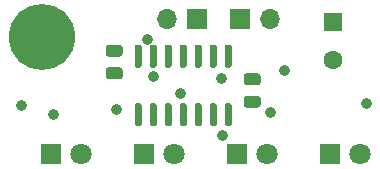
<source format=gbr>
%TF.GenerationSoftware,KiCad,Pcbnew,5.1.10-1.fc32*%
%TF.CreationDate,2021-08-01T16:38:55+02:00*%
%TF.ProjectId,lm324_therm_bar,6c6d3332-345f-4746-9865-726d5f626172,rev?*%
%TF.SameCoordinates,Original*%
%TF.FileFunction,Soldermask,Bot*%
%TF.FilePolarity,Negative*%
%FSLAX46Y46*%
G04 Gerber Fmt 4.6, Leading zero omitted, Abs format (unit mm)*
G04 Created by KiCad (PCBNEW 5.1.10-1.fc32) date 2021-08-01 16:38:55*
%MOMM*%
%LPD*%
G01*
G04 APERTURE LIST*
%ADD10C,0.900000*%
%ADD11C,5.600000*%
%ADD12C,1.800000*%
%ADD13R,1.800000X1.800000*%
%ADD14R,1.700000X1.700000*%
%ADD15O,1.700000X1.700000*%
%ADD16R,1.600000X1.600000*%
%ADD17C,1.600000*%
G04 APERTURE END LIST*
D10*
X86360000Y-49784000D02*
G75*
G03*
X86360000Y-49784000I0J0D01*
G01*
X79375000Y-46990000D02*
G75*
G03*
X79375000Y-46990000I0J0D01*
G01*
X78232000Y-50546000D02*
G75*
G03*
X78232000Y-50546000I0J0D01*
G01*
X74168000Y-52451000D02*
G75*
G03*
X74168000Y-52451000I0J0D01*
G01*
X74041000Y-47625000D02*
G75*
G03*
X74041000Y-47625000I0J0D01*
G01*
X59817000Y-50673000D02*
G75*
G03*
X59817000Y-50673000I0J0D01*
G01*
X57150000Y-49911000D02*
G75*
G03*
X57150000Y-49911000I0J0D01*
G01*
X67818000Y-44323000D02*
G75*
G03*
X67818000Y-44323000I0J0D01*
G01*
X70612000Y-48895000D02*
G75*
G03*
X70612000Y-48895000I0J0D01*
G01*
X68326000Y-47498000D02*
G75*
G03*
X68326000Y-47498000I0J0D01*
G01*
X65151000Y-50292000D02*
G75*
G03*
X65151000Y-50292000I0J0D01*
G01*
D11*
X58928000Y-44196000D03*
G36*
G01*
X77183000Y-48252000D02*
X76233000Y-48252000D01*
G75*
G02*
X75983000Y-48002000I0J250000D01*
G01*
X75983000Y-47502000D01*
G75*
G02*
X76233000Y-47252000I250000J0D01*
G01*
X77183000Y-47252000D01*
G75*
G02*
X77433000Y-47502000I0J-250000D01*
G01*
X77433000Y-48002000D01*
G75*
G02*
X77183000Y-48252000I-250000J0D01*
G01*
G37*
G36*
G01*
X77183000Y-50152000D02*
X76233000Y-50152000D01*
G75*
G02*
X75983000Y-49902000I0J250000D01*
G01*
X75983000Y-49402000D01*
G75*
G02*
X76233000Y-49152000I250000J0D01*
G01*
X77183000Y-49152000D01*
G75*
G02*
X77433000Y-49402000I0J-250000D01*
G01*
X77433000Y-49902000D01*
G75*
G02*
X77183000Y-50152000I-250000J0D01*
G01*
G37*
G36*
G01*
X64549000Y-44844000D02*
X65499000Y-44844000D01*
G75*
G02*
X65749000Y-45094000I0J-250000D01*
G01*
X65749000Y-45594000D01*
G75*
G02*
X65499000Y-45844000I-250000J0D01*
G01*
X64549000Y-45844000D01*
G75*
G02*
X64299000Y-45594000I0J250000D01*
G01*
X64299000Y-45094000D01*
G75*
G02*
X64549000Y-44844000I250000J0D01*
G01*
G37*
G36*
G01*
X64549000Y-46744000D02*
X65499000Y-46744000D01*
G75*
G02*
X65749000Y-46994000I0J-250000D01*
G01*
X65749000Y-47494000D01*
G75*
G02*
X65499000Y-47744000I-250000J0D01*
G01*
X64549000Y-47744000D01*
G75*
G02*
X64299000Y-47494000I0J250000D01*
G01*
X64299000Y-46994000D01*
G75*
G02*
X64549000Y-46744000I250000J0D01*
G01*
G37*
D12*
X62230000Y-54102000D03*
D13*
X59690000Y-54102000D03*
X67564000Y-54102000D03*
D12*
X70104000Y-54102000D03*
D13*
X75438000Y-54102000D03*
D12*
X77978000Y-54102000D03*
X85852000Y-54102000D03*
D13*
X83312000Y-54102000D03*
D14*
X72009000Y-42672000D03*
D15*
X69469000Y-42672000D03*
G36*
G01*
X74826000Y-51710000D02*
X74526000Y-51710000D01*
G75*
G02*
X74376000Y-51560000I0J150000D01*
G01*
X74376000Y-49910000D01*
G75*
G02*
X74526000Y-49760000I150000J0D01*
G01*
X74826000Y-49760000D01*
G75*
G02*
X74976000Y-49910000I0J-150000D01*
G01*
X74976000Y-51560000D01*
G75*
G02*
X74826000Y-51710000I-150000J0D01*
G01*
G37*
G36*
G01*
X73556000Y-51710000D02*
X73256000Y-51710000D01*
G75*
G02*
X73106000Y-51560000I0J150000D01*
G01*
X73106000Y-49910000D01*
G75*
G02*
X73256000Y-49760000I150000J0D01*
G01*
X73556000Y-49760000D01*
G75*
G02*
X73706000Y-49910000I0J-150000D01*
G01*
X73706000Y-51560000D01*
G75*
G02*
X73556000Y-51710000I-150000J0D01*
G01*
G37*
G36*
G01*
X72286000Y-51710000D02*
X71986000Y-51710000D01*
G75*
G02*
X71836000Y-51560000I0J150000D01*
G01*
X71836000Y-49910000D01*
G75*
G02*
X71986000Y-49760000I150000J0D01*
G01*
X72286000Y-49760000D01*
G75*
G02*
X72436000Y-49910000I0J-150000D01*
G01*
X72436000Y-51560000D01*
G75*
G02*
X72286000Y-51710000I-150000J0D01*
G01*
G37*
G36*
G01*
X71016000Y-51710000D02*
X70716000Y-51710000D01*
G75*
G02*
X70566000Y-51560000I0J150000D01*
G01*
X70566000Y-49910000D01*
G75*
G02*
X70716000Y-49760000I150000J0D01*
G01*
X71016000Y-49760000D01*
G75*
G02*
X71166000Y-49910000I0J-150000D01*
G01*
X71166000Y-51560000D01*
G75*
G02*
X71016000Y-51710000I-150000J0D01*
G01*
G37*
G36*
G01*
X69746000Y-51710000D02*
X69446000Y-51710000D01*
G75*
G02*
X69296000Y-51560000I0J150000D01*
G01*
X69296000Y-49910000D01*
G75*
G02*
X69446000Y-49760000I150000J0D01*
G01*
X69746000Y-49760000D01*
G75*
G02*
X69896000Y-49910000I0J-150000D01*
G01*
X69896000Y-51560000D01*
G75*
G02*
X69746000Y-51710000I-150000J0D01*
G01*
G37*
G36*
G01*
X68476000Y-51710000D02*
X68176000Y-51710000D01*
G75*
G02*
X68026000Y-51560000I0J150000D01*
G01*
X68026000Y-49910000D01*
G75*
G02*
X68176000Y-49760000I150000J0D01*
G01*
X68476000Y-49760000D01*
G75*
G02*
X68626000Y-49910000I0J-150000D01*
G01*
X68626000Y-51560000D01*
G75*
G02*
X68476000Y-51710000I-150000J0D01*
G01*
G37*
G36*
G01*
X67206000Y-51710000D02*
X66906000Y-51710000D01*
G75*
G02*
X66756000Y-51560000I0J150000D01*
G01*
X66756000Y-49910000D01*
G75*
G02*
X66906000Y-49760000I150000J0D01*
G01*
X67206000Y-49760000D01*
G75*
G02*
X67356000Y-49910000I0J-150000D01*
G01*
X67356000Y-51560000D01*
G75*
G02*
X67206000Y-51710000I-150000J0D01*
G01*
G37*
G36*
G01*
X67206000Y-46760000D02*
X66906000Y-46760000D01*
G75*
G02*
X66756000Y-46610000I0J150000D01*
G01*
X66756000Y-44960000D01*
G75*
G02*
X66906000Y-44810000I150000J0D01*
G01*
X67206000Y-44810000D01*
G75*
G02*
X67356000Y-44960000I0J-150000D01*
G01*
X67356000Y-46610000D01*
G75*
G02*
X67206000Y-46760000I-150000J0D01*
G01*
G37*
G36*
G01*
X68476000Y-46760000D02*
X68176000Y-46760000D01*
G75*
G02*
X68026000Y-46610000I0J150000D01*
G01*
X68026000Y-44960000D01*
G75*
G02*
X68176000Y-44810000I150000J0D01*
G01*
X68476000Y-44810000D01*
G75*
G02*
X68626000Y-44960000I0J-150000D01*
G01*
X68626000Y-46610000D01*
G75*
G02*
X68476000Y-46760000I-150000J0D01*
G01*
G37*
G36*
G01*
X69746000Y-46760000D02*
X69446000Y-46760000D01*
G75*
G02*
X69296000Y-46610000I0J150000D01*
G01*
X69296000Y-44960000D01*
G75*
G02*
X69446000Y-44810000I150000J0D01*
G01*
X69746000Y-44810000D01*
G75*
G02*
X69896000Y-44960000I0J-150000D01*
G01*
X69896000Y-46610000D01*
G75*
G02*
X69746000Y-46760000I-150000J0D01*
G01*
G37*
G36*
G01*
X71016000Y-46760000D02*
X70716000Y-46760000D01*
G75*
G02*
X70566000Y-46610000I0J150000D01*
G01*
X70566000Y-44960000D01*
G75*
G02*
X70716000Y-44810000I150000J0D01*
G01*
X71016000Y-44810000D01*
G75*
G02*
X71166000Y-44960000I0J-150000D01*
G01*
X71166000Y-46610000D01*
G75*
G02*
X71016000Y-46760000I-150000J0D01*
G01*
G37*
G36*
G01*
X72286000Y-46760000D02*
X71986000Y-46760000D01*
G75*
G02*
X71836000Y-46610000I0J150000D01*
G01*
X71836000Y-44960000D01*
G75*
G02*
X71986000Y-44810000I150000J0D01*
G01*
X72286000Y-44810000D01*
G75*
G02*
X72436000Y-44960000I0J-150000D01*
G01*
X72436000Y-46610000D01*
G75*
G02*
X72286000Y-46760000I-150000J0D01*
G01*
G37*
G36*
G01*
X73556000Y-46760000D02*
X73256000Y-46760000D01*
G75*
G02*
X73106000Y-46610000I0J150000D01*
G01*
X73106000Y-44960000D01*
G75*
G02*
X73256000Y-44810000I150000J0D01*
G01*
X73556000Y-44810000D01*
G75*
G02*
X73706000Y-44960000I0J-150000D01*
G01*
X73706000Y-46610000D01*
G75*
G02*
X73556000Y-46760000I-150000J0D01*
G01*
G37*
G36*
G01*
X74826000Y-46760000D02*
X74526000Y-46760000D01*
G75*
G02*
X74376000Y-46610000I0J150000D01*
G01*
X74376000Y-44960000D01*
G75*
G02*
X74526000Y-44810000I150000J0D01*
G01*
X74826000Y-44810000D01*
G75*
G02*
X74976000Y-44960000I0J-150000D01*
G01*
X74976000Y-46610000D01*
G75*
G02*
X74826000Y-46760000I-150000J0D01*
G01*
G37*
D16*
X83566000Y-42926000D03*
D17*
X83566000Y-46126000D03*
D14*
X75692000Y-42672000D03*
D15*
X78232000Y-42672000D03*
M02*

</source>
